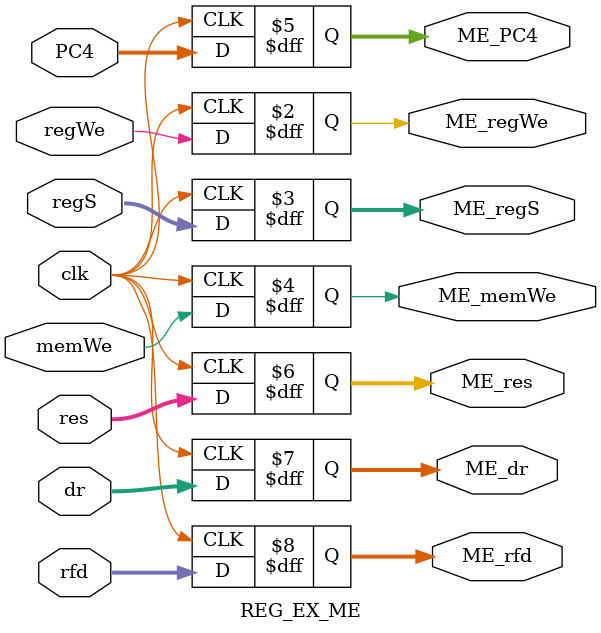
<source format=v>
`timescale 1ns / 1ps


module REG_EX_ME(
    input clk,
    input regWe,
    input [1:0] regS,
    input memWe,
    input [31:0] PC4,
    input [31:0] res,
    input [4:0] dr,
    input [31:0] rfd,
    output reg ME_regWe,
    output reg [1:0] ME_regS,
    output reg ME_memWe,
    output reg [31:0] ME_PC4,
    output reg [31:0] ME_res,
    output reg [4:0] ME_dr,
    output reg [31:0] ME_rfd
);

always @(posedge clk) begin
    ME_regWe <= regWe;
    ME_regS <= regS;
    ME_memWe <= memWe;
    ME_PC4 <= PC4;
    ME_res <= res;
    ME_dr <= dr;
    ME_rfd <= rfd;
end

endmodule

</source>
